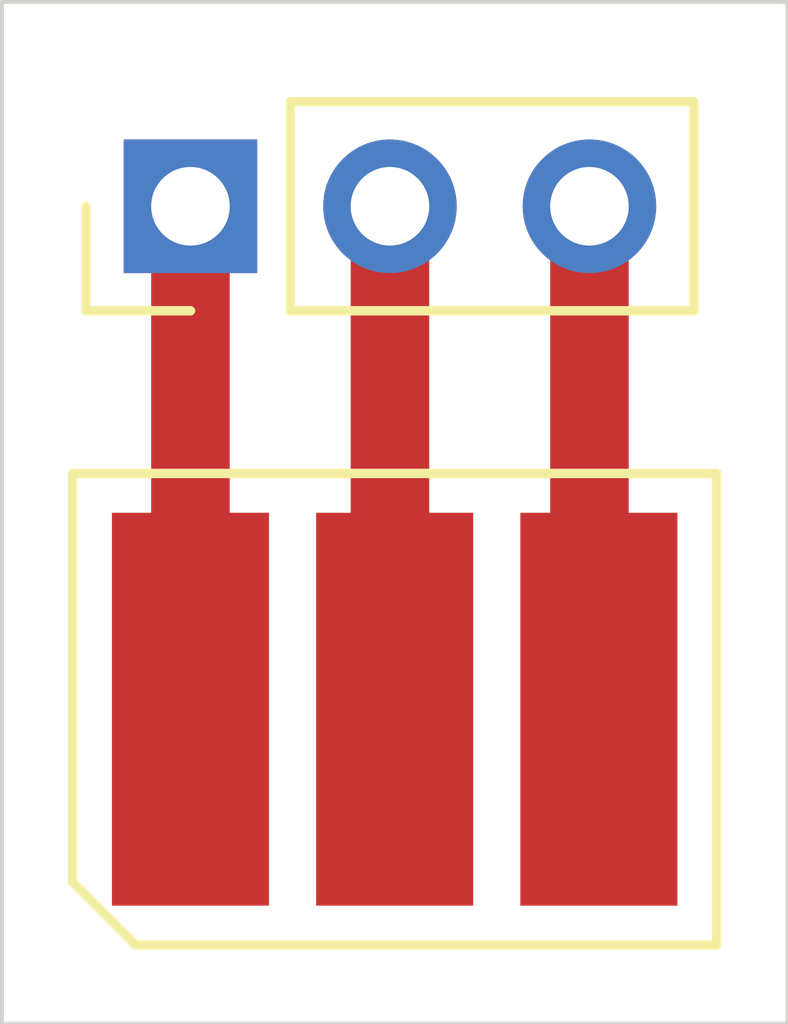
<source format=kicad_pcb>
(kicad_pcb (version 20171130) (host pcbnew "(5.1.9)-1")

  (general
    (thickness 1.6)
    (drawings 4)
    (tracks 5)
    (zones 0)
    (modules 2)
    (nets 1)
  )

  (page A4)
  (layers
    (0 F.Cu signal)
    (31 B.Cu signal)
    (32 B.Adhes user)
    (33 F.Adhes user)
    (34 B.Paste user)
    (35 F.Paste user)
    (36 B.SilkS user)
    (37 F.SilkS user)
    (38 B.Mask user)
    (39 F.Mask user)
    (40 Dwgs.User user)
    (41 Cmts.User user)
    (42 Eco1.User user)
    (43 Eco2.User user)
    (44 Edge.Cuts user)
    (45 Margin user)
    (46 B.CrtYd user)
    (47 F.CrtYd user)
    (48 B.Fab user)
    (49 F.Fab user)
  )

  (setup
    (last_trace_width 1)
    (user_trace_width 1)
    (trace_clearance 0.2)
    (zone_clearance 0.508)
    (zone_45_only no)
    (trace_min 0.2)
    (via_size 0.8)
    (via_drill 0.4)
    (via_min_size 0.4)
    (via_min_drill 0.3)
    (uvia_size 0.3)
    (uvia_drill 0.1)
    (uvias_allowed no)
    (uvia_min_size 0.2)
    (uvia_min_drill 0.1)
    (edge_width 0.05)
    (segment_width 0.2)
    (pcb_text_width 0.3)
    (pcb_text_size 1.5 1.5)
    (mod_edge_width 0.12)
    (mod_text_size 1 1)
    (mod_text_width 0.15)
    (pad_size 1.524 1.524)
    (pad_drill 0.762)
    (pad_to_mask_clearance 0.0508)
    (aux_axis_origin 0 0)
    (visible_elements FFFFFF7F)
    (pcbplotparams
      (layerselection 0x010fc_ffffffff)
      (usegerberextensions false)
      (usegerberattributes true)
      (usegerberadvancedattributes true)
      (creategerberjobfile true)
      (excludeedgelayer true)
      (linewidth 0.100000)
      (plotframeref false)
      (viasonmask false)
      (mode 1)
      (useauxorigin false)
      (hpglpennumber 1)
      (hpglpenspeed 20)
      (hpglpendiameter 15.000000)
      (psnegative false)
      (psa4output false)
      (plotreference true)
      (plotvalue true)
      (plotinvisibletext false)
      (padsonsilk false)
      (subtractmaskfromsilk false)
      (outputformat 1)
      (mirror false)
      (drillshape 1)
      (scaleselection 1)
      (outputdirectory ""))
  )

  (net 0 "")

  (net_class Default "This is the default net class."
    (clearance 0.2)
    (trace_width 0.25)
    (via_dia 0.8)
    (via_drill 0.4)
    (uvia_dia 0.3)
    (uvia_drill 0.1)
  )

  (module Connector_PinHeader_2.54mm:PinHeader_1x03_P2.54mm_Vertical (layer F.Cu) (tedit 59FED5CC) (tstamp 605A5F3A)
    (at 97.4 93.6 90)
    (descr "Through hole straight pin header, 1x03, 2.54mm pitch, single row")
    (tags "Through hole pin header THT 1x03 2.54mm single row")
    (fp_text reference REF** (at 0 -2.33 90) (layer F.SilkS) hide
      (effects (font (size 1 1) (thickness 0.15)))
    )
    (fp_text value PinHeader_1x03_P2.54mm_Vertical (at 0 7.41 90) (layer F.Fab) hide
      (effects (font (size 1 1) (thickness 0.15)))
    )
    (fp_text user %R (at 0 2.54) (layer F.Fab) hide
      (effects (font (size 1 1) (thickness 0.15)))
    )
    (fp_line (start -0.635 -1.27) (end 1.27 -1.27) (layer F.Fab) (width 0.1))
    (fp_line (start 1.27 -1.27) (end 1.27 6.35) (layer F.Fab) (width 0.1))
    (fp_line (start 1.27 6.35) (end -1.27 6.35) (layer F.Fab) (width 0.1))
    (fp_line (start -1.27 6.35) (end -1.27 -0.635) (layer F.Fab) (width 0.1))
    (fp_line (start -1.27 -0.635) (end -0.635 -1.27) (layer F.Fab) (width 0.1))
    (fp_line (start -1.33 6.41) (end 1.33 6.41) (layer F.SilkS) (width 0.12))
    (fp_line (start -1.33 1.27) (end -1.33 6.41) (layer F.SilkS) (width 0.12))
    (fp_line (start 1.33 1.27) (end 1.33 6.41) (layer F.SilkS) (width 0.12))
    (fp_line (start -1.33 1.27) (end 1.33 1.27) (layer F.SilkS) (width 0.12))
    (fp_line (start -1.33 0) (end -1.33 -1.33) (layer F.SilkS) (width 0.12))
    (fp_line (start -1.33 -1.33) (end 0 -1.33) (layer F.SilkS) (width 0.12))
    (fp_line (start -1.8 -1.8) (end -1.8 6.85) (layer F.CrtYd) (width 0.05))
    (fp_line (start -1.8 6.85) (end 1.8 6.85) (layer F.CrtYd) (width 0.05))
    (fp_line (start 1.8 6.85) (end 1.8 -1.8) (layer F.CrtYd) (width 0.05))
    (fp_line (start 1.8 -1.8) (end -1.8 -1.8) (layer F.CrtYd) (width 0.05))
    (pad 3 thru_hole oval (at 0 5.08 90) (size 1.7 1.7) (drill 1) (layers *.Cu *.Mask))
    (pad 2 thru_hole oval (at 0 2.54 90) (size 1.7 1.7) (drill 1) (layers *.Cu *.Mask))
    (pad 1 thru_hole rect (at 0 0 90) (size 1.7 1.7) (drill 1) (layers *.Cu *.Mask))
    (model ${KISYS3DMOD}/Connector_PinHeader_2.54mm.3dshapes/PinHeader_1x03_P2.54mm_Vertical.wrl
      (at (xyz 0 0 0))
      (scale (xyz 1 1 1))
      (rotate (xyz 0 0 0))
    )
  )

  (module neopixels:strip (layer F.Cu) (tedit 6059F17A) (tstamp 605A5D05)
    (at 100 100)
    (attr smd)
    (fp_text reference REF** (at 0 4) (layer F.SilkS) hide
      (effects (font (size 1 1) (thickness 0.15)))
    )
    (fp_text value SOIC-3 (at 0 -4) (layer F.Fab) hide
      (effects (font (size 1 1) (thickness 0.15)))
    )
    (fp_line (start -3.85 2.75) (end -3.85 -2.75) (layer F.CrtYd) (width 0.05))
    (fp_line (start 3.85 2.75) (end -3.85 2.75) (layer F.CrtYd) (width 0.05))
    (fp_line (start 3.85 -2.75) (end 3.85 2.75) (layer F.CrtYd) (width 0.05))
    (fp_line (start -3.85 -2.75) (end 3.85 -2.75) (layer F.CrtYd) (width 0.05))
    (fp_line (start 4.1 3) (end -3.3 3) (layer F.SilkS) (width 0.12))
    (fp_line (start 4.1 -3) (end 4.1 3) (layer F.SilkS) (width 0.12))
    (fp_line (start -4.1 -3) (end 4.1 -3) (layer F.SilkS) (width 0.12))
    (fp_line (start -4.1 2.2) (end -4.1 -3) (layer F.SilkS) (width 0.12))
    (fp_line (start -3.3 3) (end -4.1 2.2) (layer F.SilkS) (width 0.12))
    (pad 3 smd rect (at 2.6 0) (size 2 5) (layers F.Cu F.Paste F.Mask))
    (pad 2 smd rect (at 0 0) (size 2 5) (layers F.Cu F.Paste F.Mask))
    (pad 1 smd rect (at -2.6 0) (size 2 5) (layers F.Cu F.Paste F.Mask))
  )

  (gr_line (start 95 91) (end 95 104) (layer Edge.Cuts) (width 0.05) (tstamp 605A60EA))
  (gr_line (start 105 91) (end 95 91) (layer Edge.Cuts) (width 0.05))
  (gr_line (start 105 104) (end 105 91) (layer Edge.Cuts) (width 0.05))
  (gr_line (start 95 104) (end 105 104) (layer Edge.Cuts) (width 0.05))

  (segment (start 97.4 93.6) (end 97.4 100) (width 1) (layer F.Cu) (net 0))
  (segment (start 99.94 99.94) (end 100 100) (width 1) (layer F.Cu) (net 0))
  (segment (start 99.94 93.6) (end 99.94 99.94) (width 1) (layer F.Cu) (net 0))
  (segment (start 102.48 99.88) (end 102.6 100) (width 1) (layer F.Cu) (net 0))
  (segment (start 102.48 93.6) (end 102.48 99.88) (width 1) (layer F.Cu) (net 0))

)

</source>
